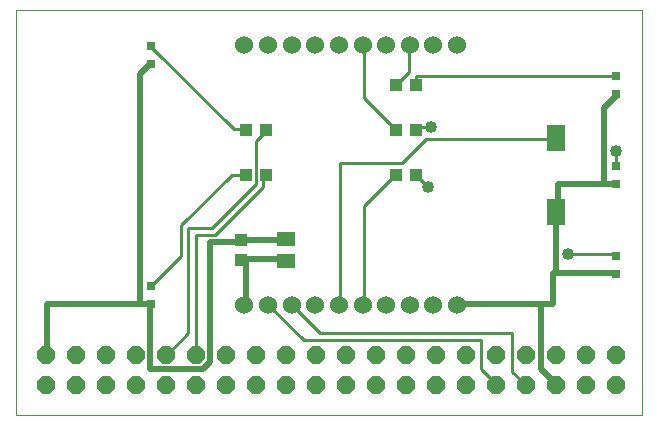
<source format=gtl>
G75*
G70*
%OFA0B0*%
%FSLAX24Y24*%
%IPPOS*%
%LPD*%
%AMOC8*
5,1,8,0,0,1.08239X$1,22.5*
%
%ADD10C,0.0000*%
%ADD11C,0.0600*%
%ADD12OC8,0.0600*%
%ADD13R,0.0394X0.0433*%
%ADD14R,0.0315X0.0315*%
%ADD15R,0.0630X0.0906*%
%ADD16R,0.0591X0.0512*%
%ADD17C,0.0200*%
%ADD18C,0.0100*%
%ADD19C,0.0400*%
D10*
X000100Y000417D02*
X000100Y013913D01*
X020970Y013913D01*
X020970Y000417D01*
X000100Y000417D01*
D11*
X007726Y004086D03*
X008513Y004086D03*
X009301Y004086D03*
X010088Y004086D03*
X010876Y004086D03*
X011663Y004086D03*
X012450Y004086D03*
X013238Y004086D03*
X014025Y004086D03*
X014813Y004086D03*
X014813Y012747D03*
X014025Y012747D03*
X013238Y012747D03*
X012450Y012747D03*
X011663Y012747D03*
X010876Y012747D03*
X010088Y012747D03*
X009301Y012747D03*
X008513Y012747D03*
X007726Y012747D03*
D12*
X008100Y002417D03*
X007100Y002417D03*
X006100Y002417D03*
X005100Y002417D03*
X004100Y002417D03*
X003100Y002417D03*
X002100Y002417D03*
X001100Y002417D03*
X001100Y001417D03*
X002100Y001417D03*
X003100Y001417D03*
X004100Y001417D03*
X005100Y001417D03*
X006100Y001417D03*
X007100Y001417D03*
X008100Y001417D03*
X009100Y001417D03*
X010100Y001417D03*
X011100Y001417D03*
X012100Y001417D03*
X013100Y001417D03*
X014100Y001417D03*
X015100Y001417D03*
X016100Y001417D03*
X017100Y001417D03*
X018100Y001417D03*
X019100Y001417D03*
X020100Y001417D03*
X020100Y002417D03*
X019100Y002417D03*
X018100Y002417D03*
X017100Y002417D03*
X016100Y002417D03*
X015100Y002417D03*
X014100Y002417D03*
X013100Y002417D03*
X012100Y002417D03*
X011100Y002417D03*
X010100Y002417D03*
X009100Y002417D03*
D13*
X007600Y005582D03*
X007600Y006251D03*
X007765Y008417D03*
X008435Y008417D03*
X008435Y009917D03*
X007765Y009917D03*
X012765Y009917D03*
X013435Y009917D03*
X013435Y011417D03*
X012765Y011417D03*
X012765Y008417D03*
X013435Y008417D03*
D14*
X020100Y008712D03*
X020100Y008121D03*
X020100Y005712D03*
X020100Y005121D03*
X020100Y011121D03*
X020100Y011712D03*
X004600Y012121D03*
X004600Y012712D03*
X004600Y004712D03*
X004600Y004121D03*
D15*
X018100Y007177D03*
X018100Y009657D03*
D16*
X009100Y006291D03*
X009100Y005543D03*
D17*
X009060Y005617D01*
X007620Y005617D01*
X007600Y005582D01*
X007780Y005537D01*
X007780Y004097D01*
X007726Y004086D01*
X006580Y002177D02*
X006340Y001937D01*
X004580Y001937D01*
X004580Y004017D01*
X004600Y004121D01*
X004580Y004097D01*
X004260Y004097D01*
X004260Y011777D01*
X004580Y012097D01*
X004600Y012121D01*
X006580Y006177D02*
X006580Y002177D01*
X004260Y004097D02*
X001140Y004097D01*
X001140Y002417D01*
X001100Y002417D01*
X006580Y006177D02*
X007540Y006177D01*
X007600Y006251D01*
X007620Y006257D01*
X009060Y006257D01*
X009100Y006291D01*
X014813Y004086D02*
X014820Y004097D01*
X017620Y004097D01*
X017620Y001937D01*
X018100Y001457D01*
X018100Y001417D01*
X018020Y004097D02*
X017620Y004097D01*
X018020Y004097D02*
X018020Y005137D01*
X018100Y005137D01*
X018100Y007177D01*
X018180Y007217D01*
X018180Y008097D01*
X019700Y008097D01*
X019700Y010657D01*
X020100Y011057D01*
X020100Y011121D01*
X020100Y008121D02*
X020100Y008097D01*
X019700Y008097D01*
X020100Y005137D02*
X018100Y005137D01*
X020100Y005137D02*
X020100Y005121D01*
D18*
X020100Y005712D02*
X020100Y005777D01*
X018500Y005777D01*
X016660Y003137D02*
X016660Y001857D01*
X017100Y001417D01*
X016100Y001457D02*
X016100Y001417D01*
X016100Y001457D02*
X015620Y001937D01*
X015620Y002897D01*
X009700Y002897D01*
X008580Y004017D01*
X008513Y004086D01*
X009301Y004086D02*
X009380Y004017D01*
X010260Y003137D01*
X016660Y003137D01*
X011700Y004097D02*
X011663Y004086D01*
X011700Y004097D02*
X011700Y007377D01*
X012740Y008417D01*
X012765Y008417D01*
X012980Y008817D02*
X010900Y008817D01*
X010900Y004097D01*
X010876Y004086D01*
X008340Y008017D02*
X006740Y006417D01*
X006100Y006417D01*
X006100Y002417D01*
X005860Y003137D02*
X005140Y002417D01*
X005100Y002417D01*
X005860Y003137D02*
X005860Y006657D01*
X006660Y006657D01*
X008100Y008097D01*
X008100Y009537D01*
X008420Y009857D01*
X008435Y009917D01*
X007765Y009917D02*
X007700Y009937D01*
X007380Y009937D01*
X004660Y012657D01*
X004600Y012712D01*
X007300Y008417D02*
X007765Y008417D01*
X007300Y008417D02*
X005620Y006737D01*
X005620Y005697D01*
X004660Y004737D01*
X004600Y004712D01*
X008340Y008017D02*
X008340Y008337D01*
X008420Y008417D01*
X008435Y008417D01*
X011700Y010977D02*
X011700Y012737D01*
X011663Y012747D01*
X013220Y012737D02*
X013220Y011857D01*
X012820Y011457D01*
X012765Y011417D01*
X013435Y011417D02*
X013460Y011457D01*
X013460Y011697D01*
X020100Y011697D01*
X020100Y011712D01*
X018100Y009657D02*
X018100Y009617D01*
X013780Y009617D01*
X012980Y008817D01*
X013435Y008417D02*
X013460Y008417D01*
X013860Y008017D01*
X013435Y009917D02*
X013460Y009937D01*
X013460Y010017D01*
X013940Y010017D01*
X012765Y009917D02*
X012740Y009937D01*
X011700Y010977D01*
X013220Y012737D02*
X013238Y012747D01*
X020100Y009217D02*
X020100Y008712D01*
D19*
X020100Y009217D03*
X018500Y005777D03*
X013860Y008017D03*
X013940Y010017D03*
M02*

</source>
